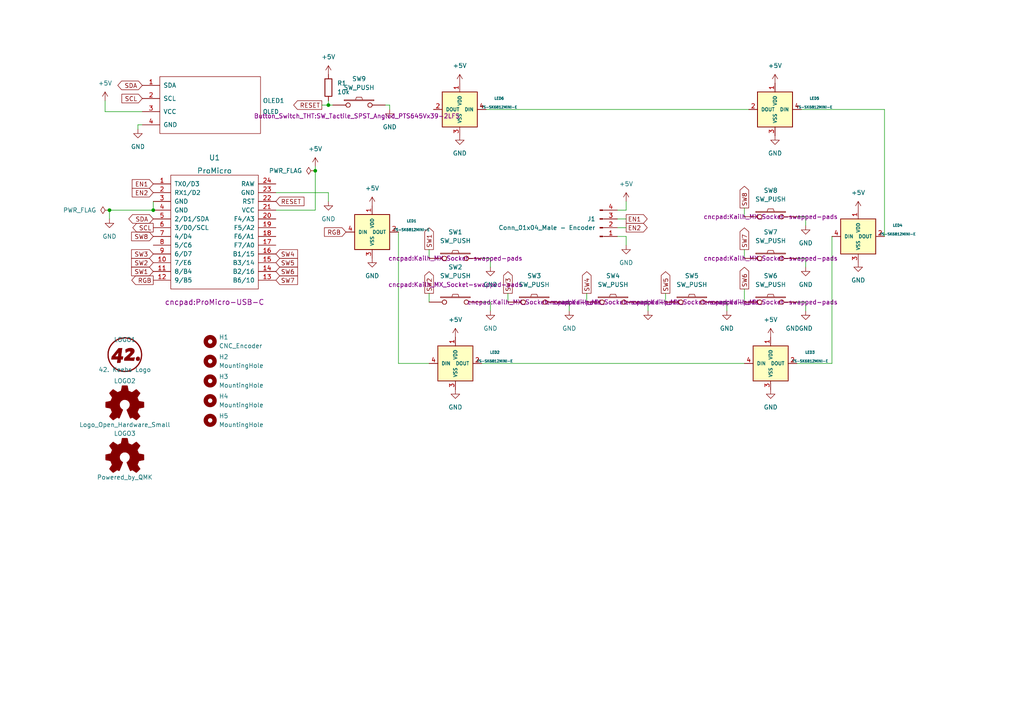
<source format=kicad_sch>
(kicad_sch (version 20211123) (generator eeschema)
  (paper "A4")
  (lib_symbols
    (symbol "42Keebs:LOGO" (pin_names (offset 1.016))
      (symbol "LOGO_0_0"
        (polyline (pts (xy 3.876 -1.756) (xy 3.9741 -1.7404) (xy 4.053 -1.716) (xy 4.1562 -1.6547) (xy 4.2448 -1.5657) (xy 4.3106 -1.4548) (xy 4.3519 -1.3253) (xy 4.3667 -1.1804) (xy 4.3639 -1.0826) (xy 4.3503 -0.9889) (xy 4.323 -0.9075) (xy 4.2792 -0.8272) (xy 4.2451 -0.7806) (xy 4.1571 -0.7016) (xy 4.0478 -0.6472) (xy 3.9197 -0.6183) (xy 3.7755 -0.6161) (xy 3.7173 -0.6228) (xy 3.5825 -0.6589) (xy 3.4676 -0.7212) (xy 3.3746 -0.8081) (xy 3.3054 -0.918) (xy 3.2619 -1.0492) (xy 3.2502 -1.1184) (xy 3.2463 -1.2754) (xy 3.2752 -1.4252) (xy 3.3178 -1.5296) (xy 3.3839 -1.6221) (xy 3.4726 -1.6917) (xy 3.588 -1.7423) (xy 3.592 -1.7435) (xy 3.6723 -1.7583) (xy 3.7712 -1.7623) (xy 3.876 -1.756)) (stroke (width 0.01)) (fill (type outline)))
        (polyline (pts (xy -2.0975 -2.3875) (xy -2.0951 -2.3873) (xy -2.049 -2.3832) (xy -1.9765 -2.3778) (xy -1.8844 -2.3714) (xy -1.7795 -2.3646) (xy -1.6687 -2.3578) (xy -1.61 -2.3545) (xy -1.5033 -2.3489) (xy -1.4197 -2.3423) (xy -1.3559 -2.331) (xy -1.3091 -2.3114) (xy -1.2761 -2.2799) (xy -1.2539 -2.2328) (xy -1.2393 -2.1666) (xy -1.2294 -2.0776) (xy -1.221 -1.9621) (xy -1.2112 -1.8167) (xy -1.1801 -1.3837) (xy -0.9059 -1.3897) (xy -0.8552 -1.3908) (xy -0.7665 -1.3921) (xy -0.7045 -1.3918) (xy -0.6641 -1.3893) (xy -0.6404 -1.3842) (xy -0.6282 -1.376) (xy -0.6228 -1.3643) (xy -0.622 -1.3611) (xy -0.6151 -1.3285) (xy -0.6035 -1.2692) (xy -0.5882 -1.1889) (xy -0.5703 -1.093) (xy -0.5509 -0.9872) (xy -0.5398 -0.9264) (xy -0.5217 -0.8246) (xy -0.5091 -0.7486) (xy -0.5018 -0.6937) (xy -0.4992 -0.6547) (xy -0.5008 -0.6268) (xy -0.5064 -0.6048) (xy -0.5153 -0.5839) (xy -0.5428 -0.5263) (xy -1.0904 -0.5263) (xy -1.0806 -0.4711) (xy -1.0796 -0.4648) (xy -1.0741 -0.4264) (xy -1.0649 -0.3585) (xy -1.0522 -0.2639) (xy -1.0365 -0.1457) (xy -1.0181 -0.0069) (xy -0.9975 0.1497) (xy -0.9751 0.321) (xy -0.9512 0.5042) (xy -0.9262 0.6962) (xy -0.9159 0.7749) (xy -0.8914 0.9629) (xy -0.8683 1.1404) (xy -0.8468 1.3046) (xy -0.8275 1.4525) (xy -0.8106 1.5812) (xy -0.7965 1.6879) (xy -0.7857 1.7696) (xy -0.7784 1.8234) (xy -0.7752 1.8465) (xy -0.7688 1.8847) (xy -1.7974 1.8847) (xy -2.799 0.6395) (xy -3.7196 -0.5051) (xy -2.8063 -0.5051) (xy -2.7991 -0.4957) (xy -2.7431 -0.4242) (xy -2.6749 -0.3385) (xy -2.597 -0.2417) (xy -2.512 -0.1369) (xy -2.4224 -0.0273) (xy -2.3309 0.0841) (xy -2.2401 0.1941) (xy -2.1525 0.2995) (xy -2.0707 0.3973) (xy -1.9974 0.4843) (xy -1.935 0.5575) (xy -1.8863 0.6136) (xy -1.8537 0.6495) (xy -1.8399 0.6622) (xy -1.8393 0.6622) (xy -1.8307 0.6606) (xy -1.8244 0.6538) (xy -1.8206 0.6387) (xy -1.8196 0.6121) (xy -1.8217 0.5709) (xy -1.8269 0.5119) (xy -1.8356 0.4318) (xy -1.848 0.3276) (xy -1.8643 0.1961) (xy -1.8847 0.034) (xy -1.8936 -0.0366) (xy -1.9094 -0.1624) (xy -1.9235 -0.2753) (xy -1.9354 -0.3709) (xy -1.9445 -0.4453) (xy -1.9503 -0.4942) (xy -1.9524 -0.5136) (xy -1.9651 -0.5166) (xy -2.0076 -0.5197) (xy -2.0756 -0.5224) (xy -2.1646 -0.5245) (xy -2.2701 -0.5258) (xy -2.3876 -0.5263) (xy -2.4954 -0.5261) (xy -2.6081 -0.5253) (xy -2.6923 -0.5236) (xy -2.7511 -0.5208) (xy -2.7877 -0.517) (xy -2.8051 -0.5118) (xy -2.8063 -0.5051) (xy -3.7196 -0.5051) (xy -3.8005 -0.6057) (xy -3.8441 -0.9575) (xy -3.8461 -0.9739) (xy -3.86 -1.0888) (xy -3.8697 -1.1754) (xy -3.8753 -1.2384) (xy -3.8771 -1.2825) (xy -3.8752 -1.3126) (xy -3.8699 -1.3332) (xy -3.8615 -1.3492) (xy -3.8353 -1.3891) (xy -2.9619 -1.3795) (xy -2.7853 -1.3779) (xy -2.6145 -1.3768) (xy -2.4636 -1.3765) (xy -2.3348 -1.3769) (xy -2.2305 -1.378) (xy -2.1531 -1.3798) (xy -2.1049 -1.3822) (xy -2.0883 -1.3853) (xy -2.0883 -1.3855) (xy -2.0909 -1.4065) (xy -2.098 -1.4565) (xy -2.1091 -1.5309) (xy -2.1233 -1.6252) (xy -2.1401 -1.7348) (xy -2.1588 -1.8554) (xy -2.1764 -1.9698) (xy -2.1933 -2.0831) (xy -2.2054 -2.1703) (xy -2.213 -2.2352) (xy -2.2165 -2.282) (xy -2.2163 -2.3146) (xy -2.2127 -2.3371) (xy -2.2062 -2.3535) (xy -2.1969 -2.3695) (xy -2.1786 -2.3867) (xy -2.1492 -2.3916) (xy -2.0975 -2.3875)) (stroke (width 0.01)) (fill (type outline)))
        (polyline (pts (xy 2.6486 -1.7592) (xy 2.6529 -1.7419) (xy 2.6651 -1.6962) (xy 2.6839 -1.6264) (xy 2.7083 -1.5367) (xy 2.737 -1.4317) (xy 2.7689 -1.3154) (xy 2.8892 -0.8781) (xy 2.8551 -0.844) (xy 2.8531 -0.8421) (xy 2.8399 -0.8304) (xy 2.8243 -0.8226) (xy 2.801 -0.8186) (xy 2.7649 -0.8182) (xy 2.7106 -0.8214) (xy 2.633 -0.828) (xy 2.5268 -0.8381) (xy 2.4935 -0.841) (xy 2.4038 -0.8471) (xy 2.298 -0.8526) (xy 2.1807 -0.8573) (xy 2.0565 -0.8611) (xy 1.93 -0.8641) (xy 1.8055 -0.8661) (xy 1.6878 -0.8671) (xy 1.5812 -0.867) (xy 1.4905 -0.8657) (xy 1.4201 -0.8633) (xy 1.3745 -0.8595) (xy 1.3583 -0.8545) (xy 1.3604 -0.8513) (xy 1.3813 -0.8277) (xy 1.4226 -0.7838) (xy 1.4817 -0.7221) (xy 1.5562 -0.6452) (xy 1.6436 -0.5558) (xy 1.7413 -0.4563) (xy 1.8469 -0.3493) (xy 1.9576 -0.237) (xy 2.1136 -0.0763) (xy 2.2478 0.0655) (xy 2.362 0.1908) (xy 2.4583 0.3022) (xy 2.5386 0.4021) (xy 2.6048 0.4929) (xy 2.6588 0.5771) (xy 2.7027 0.6572) (xy 2.7384 0.7357) (xy 2.7679 0.815) (xy 2.7733 0.8318) (xy 2.7889 0.8892) (xy 2.7975 0.9463) (xy 2.8004 1.0144) (xy 2.7987 1.1049) (xy 2.7984 1.1125) (xy 2.7947 1.194) (xy 2.7884 1.2535) (xy 2.777 1.3024) (xy 2.7581 1.3519) (xy 2.729 1.4132) (xy 2.6598 1.528) (xy 2.572 1.6262) (xy 2.4607 1.7124) (xy 2.3206 1.7913) (xy 2.2912 1.8054) (xy 2.1759 1.854) (xy 2.0626 1.8886) (xy 1.9426 1.9111) (xy 1.807 1.923) (xy 1.6469 1.9263) (xy 1.5369 1.9244) (xy 1.3805 1.9137) (xy 1.2338 1.8918) (xy 1.0839 1.8566) (xy 0.9179 1.8059) (xy 0.8946 1.7979) (xy 0.815 1.7674) (xy 0.7212 1.7283) (xy 0.6197 1.6834) (xy 0.517 1.6359) (xy 0.4197 1.5889) (xy 0.3343 1.5455) (xy 0.2673 1.5086) (xy 0.2253 1.4813) (xy 0.1875 1.4517) (xy 0.222 1.0612) (xy 0.2273 1.0011) (xy 0.2374 0.8918) (xy 0.2466 0.7949) (xy 0.2545 0.7159) (xy 0.2606 0.6599) (xy 0.2644 0.6325) (xy 0.2686 0.619) (xy 0.2956 0.5951) (xy 0.344 0.5975) (xy 0.4135 0.6263) (xy 0.5043 0.6815) (xy 0.6275 0.7589) (xy 0.7917 0.8458) (xy 0.9549 0.9152) (xy 1.1118 0.9649) (xy 1.2569 0.9932) (xy 1.3848 0.998) (xy 1.3992 0.9969) (xy 1.5083 0.9764) (xy 1.5898 0.9366) (xy 1.643 0.8786) (xy 1.6672 0.8036) (xy 1.6617 0.7128) (xy 1.6257 0.6074) (xy 1.6216 0.5987) (xy 1.597 0.5526) (xy 1.565 0.5035) (xy 1.5241 0.4497) (xy 1.4725 0.3894) (xy 1.4084 0.321) (xy 1.3302 0.2429) (xy 1.236 0.1532) (xy 1.1243 0.0504) (xy 0.9932 -0.0673) (xy 0.8411 -0.2016) (xy 0.6662 -0.354) (xy 0.4669 -0.5264) (xy 0.3749 -0.6056) (xy 0.2712 -0.695) (xy 0.1765 -0.7767) (xy 0.094 -0.8479) (xy 0.0272 -0.9056) (xy -0.0207 -0.9469) (xy -0.0461 -0.969) (xy -0.0596 -0.9809) (xy -0.0752 -0.9976) (xy -0.0875 -1.018) (xy -0.0979 -1.0472) (xy -0.1075 -1.0901) (xy -0.1176 -1.1518) (xy -0.1296 -1.2371) (xy -0.1447 -1.3511) (xy -0.1526 -1.4121) (xy -0.1668 -1.5339) (xy -0.1748 -1.6227) (xy -0.1764 -1.6789) (xy -0.1717 -1.7027) (xy -0.1567 -1.706) (xy -0.108 -1.7095) (xy -0.0264 -1.7125) (xy 0.0873 -1.7148) (xy 0.2327 -1.7165) (xy 0.409 -1.7176) (xy 0.6157 -1.7181) (xy 0.8522 -1.718) (xy 0.9659 -1.7179) (xy 1.2526 -1.7183) (xy 1.5089 -1.72) (xy 1.734 -1.7229) (xy 1.9273 -1.727) (xy 2.0881 -1.7322) (xy 2.2157 -1.7386) (xy 2.2452 -1.7405) (xy 2.352 -1.7472) (xy 2.4476 -1.7532) (xy 2.5263 -1.7581) (xy 2.5825 -1.7617) (xy 2.6104 -1.7634) (xy 2.6342 -1.7634) (xy 2.6486 -1.7592)) (stroke (width 0.01)) (fill (type outline)))
        (polyline (pts (xy -0.0326 -5.0035) (xy 0.1101 -5.0001) (xy 0.2557 -4.9949) (xy 0.3968 -4.9881) (xy 0.5264 -4.9798) (xy 0.637 -4.9705) (xy 0.7216 -4.9602) (xy 0.8609 -4.9373) (xy 1.1511 -4.8789) (xy 1.4234 -4.8074) (xy 1.6877 -4.7197) (xy 1.9541 -4.6124) (xy 2.2326 -4.4826) (xy 2.4836 -4.3509) (xy 2.7667 -4.1797) (xy 3.0323 -3.9913) (xy 3.288 -3.7804) (xy 3.5414 -3.5414) (xy 3.6223 -3.4589) (xy 3.8675 -3.1862) (xy 4.0846 -2.9058) (xy 4.2783 -2.6115) (xy 4.4531 -2.297) (xy 4.5706 -2.053) (xy 4.7194 -1.6876) (xy 4.8361 -1.3196) (xy 4.9217 -0.9451) (xy 4.9771 -0.5602) (xy 5.0033 -0.1613) (xy 5.0058 -0.0194) (xy 4.9925 0.3863) (xy 4.9483 0.7799) (xy 4.8725 1.1639) (xy 4.7647 1.541) (xy 4.6241 1.9136) (xy 4.4503 2.2846) (xy 4.3511 2.4691) (xy 4.1793 2.7516) (xy 3.9908 3.0165) (xy 3.7801 3.2717) (xy 3.5415 3.5246) (xy 3.3022 3.7513) (xy 3.0548 3.9578) (xy 2.7993 4.142) (xy 2.5278 4.3095) (xy 2.2326 4.4659) (xy 2.0925 4.5331) (xy 1.8157 4.6533) (xy 1.5447 4.7522) (xy 1.2699 4.833) (xy 0.9818 4.8986) (xy 0.6706 4.952) (xy 0.6679 4.9524) (xy 0.5558 4.9649) (xy 0.4174 4.9743) (xy 0.2605 4.9806) (xy 0.0924 4.9837) (xy -0.0794 4.9837) (xy -0.2474 4.9805) (xy -0.4041 4.9742) (xy -0.542 4.9648) (xy -0.6537 4.9522) (xy -0.9642 4.8986) (xy -1.2912 4.8223) (xy -1.6042 4.726) (xy -1.9123 4.6071) (xy -2.2242 4.4628) (xy -2.5442 4.2888) (xy -2.8882 4.0661) (xy -3.2105 3.8177) (xy -3.5103 3.5445) (xy -3.7863 3.2475) (xy -4.0378 2.9279) (xy -4.2636 2.5864) (xy -4.4628 2.2242) (xy -4.5228 2.1006) (xy -4.6485 1.8127) (xy -4.7526 1.5266) (xy -4.8376 1.2338) (xy -4.906 0.9258) (xy -4.9605 0.5943) (xy -4.9659 0.548) (xy -4.9741 0.4392) (xy -4.9798 0.3074) (xy -4.9829 0.1595) (xy -4.9836 0.0026) (xy -4.9831 -0.0433) (xy -4.7124 -0.0433) (xy -4.7106 0.1548) (xy -4.7033 0.3457) (xy -4.6906 0.5206) (xy -4.6724 0.6707) (xy -4.6166 0.9722) (xy -4.5156 1.3647) (xy -4.3848 1.7409) (xy -4.2243 2.1007) (xy -4.0339 2.4444) (xy -3.8136 2.7719) (xy -3.5634 3.0835) (xy -3.2832 3.3792) (xy -3.1615 3.4941) (xy -2.8545 3.7518) (xy -2.5313 3.9796) (xy -2.1919 4.1777) (xy -1.8361 4.346) (xy -1.4641 4.4845) (xy -1.0756 4.5933) (xy -0.6707 4.6724) (xy -0.5764 4.6848) (xy -0.4092 4.6995) (xy -0.223 4.7087) (xy -0.0264 4.7124) (xy 0.1717 4.7106) (xy 0.3626 4.7033) (xy 0.5375 4.6906) (xy 0.6876 4.6724) (xy 0.9875 4.6169) (xy 1.3803 4.5158) (xy 1.757 4.3848) (xy 2.1174 4.224) (xy 2.4616 4.0334) (xy 2.7894 3.8131) (xy 3.1008 3.563) (xy 3.3957 3.2832) (xy 3.4648 3.2112) (xy 3.655 2.9984) (xy 3.8231 2.7857) (xy 3.975 2.5645) (xy 4.1166 2.3265) (xy 4.254 2.0629) (xy 4.4035 1.7284) (xy 4.5245 1.3897) (xy 4.619 1.0395) (xy 4.6893 0.6707) (xy 4.7018 0.5759) (xy 4.7164 0.4087) (xy 4.7256 0.2225) (xy 4.7293 0.026) (xy 4.7275 -0.172) (xy 4.7202 -0.3628) (xy 4.7075 -0.5376) (xy 4.6893 -0.6876) (xy 4.689 -0.6895) (xy 4.6186 -1.058) (xy 4.5241 -1.4077) (xy 4.4032 -1.7459) (xy 4.2538 -2.0798) (xy 4.1297 -2.3197) (xy 3.9993 -2.5434) (xy 3.8615 -2.7497) (xy 3.7105 -2.9468) (xy 3.5405 -3.1426) (xy 3.3458 -3.3453) (xy 3.3102 -3.3805) (xy 3.1139 -3.5664) (xy 2.9244 -3.7287) (xy 2.734 -3.8731) (xy 2.5349 -4.005) (xy 2.3194 -4.1302) (xy 2.0798 -4.254) (xy 1.8102 -4.3768) (xy 1.4497 -4.5107) (xy 1.08 -4.6136) (xy 0.6961 -4.687) (xy 0.6581 -4.6922) (xy 0.5518 -4.7031) (xy 0.4242 -4.7128) (xy 0.2832 -4.7208) (xy 0.1366 -4.727) (xy -0.0077 -4.7309) (xy -0.1418 -4.7322) (xy -0.2579 -4.7308) (xy -0.3481 -4.7263) (xy -0.5326 -4.7074) (xy -0.9288 -4.6422) (xy -1.3175 -4.5444) (xy -1.6963 -4.4146) (xy -2.0629 -4.2534) (xy -2.3021 -4.1299) (xy -2.5256 -3.9998) (xy -2.7321 -3.8621) (xy -2.9293 -3.711) (xy -3.1254 -3.5408) (xy -3.3284 -3.3458) (xy -3.3524 -3.3216) (xy -3.4434 -3.2274) (xy -3.5337 -3.1308) (xy -3.6172 -3.0382) (xy -3.6882 -2.9562) (xy -3.7406 -2.8912) (xy -3.7444 -2.8862) (xy -3.9765 -2.5529) (xy -4.177 -2.2078) (xy -4.3464 -1.8498) (xy -4.4851 -1.4777) (xy -4.5936 -1.0907) (xy -4.6724 -0.6876) (xy -4.6848 -0.5933) (xy -4.6995 -0.4261) (xy -4.7087 -0.2399) (xy -4.7124 -0.0433) (xy -4.9831 -0.0433) (xy -4.9819 -0.1562) (xy -4.9778 -0.31) (xy -4.9714 -0.4517) (xy -4.9628 -0.5742) (xy -4.9519 -0.6706) (xy -4.9123 -0.9086) (xy -4.8499 -1.1984) (xy -4.7713 -1.482) (xy -4.6728 -1.7742) (xy -4.672 -1.7763) (xy -4.6238 -1.897) (xy -4.5609 -2.0376) (xy -4.4876 -2.1897) (xy -4.408 -2.3454) (xy -4.3263 -2.4962) (xy -4.2468 -2.634) (xy -4.1736 -2.7507) (xy -4.146 -2.7918) (xy -3.8987 -3.1271) (xy -3.6285 -3.4379) (xy -3.3368 -3.7233) (xy -3.0249 -3.9826) (xy -2.6942 -4.2149) (xy -2.3461 -4.4195) (xy -1.9818 -4.5955) (xy -1.6028 -4.7422) (xy -1.2103 -4.8588) (xy -0.8058 -4.9443) (xy -0.3905 -4.9981) (xy -0.371 -4.9997) (xy -0.2804 -5.0035) (xy -0.1652 -5.0047) (xy -0.0326 -5.0035)) (stroke (width 0.01)) (fill (type outline)))
      )
    )
    (symbol "Connector:Conn_01x04_Male" (pin_names (offset 1.016) hide)
      (property "Reference" "J" (at 0 5.08 0))
      (property "Value" "Conn_01x04_Male" (at 0 -7.62 0))
      (symbol "Conn_01x04_Male_1_1"
        (polyline (pts (xy 1.27 -5.08) (xy 0.8636 -5.08)) (stroke (width 0.1524)))
        (polyline (pts (xy 1.27 -2.54) (xy 0.8636 -2.54)) (stroke (width 0.1524)))
        (polyline (pts (xy 1.27 0) (xy 0.8636 0)) (stroke (width 0.1524)))
        (polyline (pts (xy 1.27 2.54) (xy 0.8636 2.54)) (stroke (width 0.1524)))
        (rectangle (start 0.8636 -4.953) (end 0 -5.207) (stroke (width 0.1524)) (fill (type outline)))
        (rectangle (start 0.8636 -2.413) (end 0 -2.667) (stroke (width 0.1524)) (fill (type outline)))
        (rectangle (start 0.8636 0.127) (end 0 -0.127) (stroke (width 0.1524)) (fill (type outline)))
        (rectangle (start 0.8636 2.667) (end 0 2.413) (stroke (width 0.1524)) (fill (type outline)))
        (pin passive line (at 5.08 2.54 180) (length 3.81) (name "Pin_1") (number "1"))
        (pin passive line (at 5.08 0 180) (length 3.81) (name "Pin_2") (number "2"))
        (pin passive line (at 5.08 -2.54 180) (length 3.81) (name "Pin_3") (number "3"))
        (pin passive line (at 5.08 -5.08 180) (length 3.81) (name "Pin_4") (number "4"))
      )
    )
    (symbol "Device:R" (pin_numbers hide) (pin_names (offset 0))
      (property "Reference" "R" (at 2.032 0 90))
      (property "Value" "R" (at 0 0 90))
      (symbol "R_0_1"
        (rectangle (start -1.016 -2.54) (end 1.016 2.54) (stroke (width 0.254)))
      )
      (symbol "R_1_1"
        (pin passive line (at 0 3.81 270) (length 1.27) (name "~") (number "1"))
        (pin passive line (at 0 -3.81 90) (length 1.27) (name "~") (number "2"))
      )
    )
    (symbol "Graphic:Logo_Open_Hardware_Small" (pin_names (offset 1.016))
      (symbol "Logo_Open_Hardware_Small_0_1"
        (polyline (pts (xy 3.3528 -4.3434) (xy 3.302 -4.318) (xy 3.175 -4.2418) (xy 2.9972 -4.1148) (xy 2.7686 -3.9624) (xy 2.54 -3.81) (xy 2.3622 -3.7084) (xy 2.2352 -3.6068) (xy 2.1844 -3.5814) (xy 2.159 -3.6068) (xy 2.0574 -3.6576) (xy 1.905 -3.7338) (xy 1.8034 -3.7846) (xy 1.6764 -3.8354) (xy 1.6002 -3.8354) (xy 1.6002 -3.8354) (xy 1.5494 -3.7338) (xy 1.4732 -3.5306) (xy 1.3462 -3.302) (xy 1.2446 -3.0226) (xy 1.1176 -2.7178) (xy 0.9652 -2.413) (xy 0.8636 -2.1082) (xy 0.7366 -1.8288) (xy 0.6604 -1.6256) (xy 0.6096 -1.4732) (xy 0.5842 -1.397) (xy 0.5842 -1.397) (xy 0.6604 -1.3208) (xy 0.7874 -1.2446) (xy 1.0414 -1.016) (xy 1.2954 -0.6858) (xy 1.4478 -0.3302) (xy 1.524 0.0762) (xy 1.4732 0.4572) (xy 1.3208 0.8128) (xy 1.0668 1.143) (xy 0.762 1.3716) (xy 0.4064 1.524) (xy 0 1.5748) (xy -0.381 1.5494) (xy -0.7366 1.397) (xy -1.0668 1.143) (xy -1.2192 0.9906) (xy -1.397 0.6604) (xy -1.524 0.3048) (xy -1.524 0.2286) (xy -1.4986 -0.1778) (xy -1.397 -0.5334) (xy -1.1938 -0.8636) (xy -0.9144 -1.143) (xy -0.8636 -1.1684) (xy -0.7366 -1.27) (xy -0.635 -1.3462) (xy -0.5842 -1.397) (xy -1.0668 -2.5908) (xy -1.143 -2.794) (xy -1.2954 -3.1242) (xy -1.397 -3.4036) (xy -1.4986 -3.6322) (xy -1.5748 -3.7846) (xy -1.6002 -3.8354) (xy -1.6002 -3.8354) (xy -1.651 -3.8354) (xy -1.7272 -3.81) (xy -1.905 -3.7338) (xy -2.0066 -3.683) (xy -2.1336 -3.6068) (xy -2.2098 -3.5814) (xy -2.2606 -3.6068) (xy -2.3622 -3.683) (xy -2.54 -3.81) (xy -2.7686 -3.9624) (xy -2.9718 -4.0894) (xy -3.1496 -4.2164) (xy -3.302 -4.318) (xy -3.3528 -4.3434) (xy -3.3782 -4.3434) (xy -3.429 -4.318) (xy -3.5306 -4.2164) (xy -3.7084 -4.064) (xy -3.937 -3.8354) (xy -3.9624 -3.81) (xy -4.1656 -3.6068) (xy -4.318 -3.4544) (xy -4.4196 -3.3274) (xy -4.445 -3.2766) (xy -4.445 -3.2766) (xy -4.4196 -3.2258) (xy -4.318 -3.0734) (xy -4.2164 -2.8956) (xy -4.064 -2.667) (xy -3.6576 -2.0828) (xy -3.8862 -1.5494) (xy -3.937 -1.3716) (xy -4.0386 -1.1684) (xy -4.0894 -1.0414) (xy -4.1148 -0.9652) (xy -4.191 -0.9398) (xy -4.318 -0.9144) (xy -4.5466 -0.8636) (xy -4.8006 -0.8128) (xy -5.0546 -0.7874) (xy -5.2578 -0.7366) (xy -5.4356 -0.7112) (xy -5.5118 -0.6858) (xy -5.5118 -0.6858) (xy -5.5372 -0.635) (xy -5.5372 -0.5588) (xy -5.5372 -0.4318) (xy -5.5626 -0.2286) (xy -5.5626 0.0762) (xy -5.5626 0.127) (xy -5.5372 0.4064) (xy -5.5372 0.635) (xy -5.5372 0.762) (xy -5.5372 0.8382) (xy -5.5372 0.8382) (xy -5.461 0.8382) (xy -5.3086 0.889) (xy -5.08 0.9144) (xy -4.826 0.9652) (xy -4.8006 0.9906) (xy -4.5466 1.0414) (xy -4.318 1.0668) (xy -4.1656 1.1176) (xy -4.0894 1.143) (xy -4.0894 1.143) (xy -4.0386 1.2446) (xy -3.9624 1.4224) (xy -3.8608 1.6256) (xy -3.7846 1.8288) (xy -3.7084 2.0066) (xy -3.6576 2.159) (xy -3.6322 2.2098) (xy -3.6322 2.2098) (xy -3.683 2.286) (xy -3.7592 2.413) (xy -3.8862 2.5908) (xy -4.064 2.8194) (xy -4.064 2.8448) (xy -4.2164 3.0734) (xy -4.3434 3.2512) (xy -4.4196 3.3782) (xy -4.445 3.4544) (xy -4.445 3.4544) (xy -4.3942 3.5052) (xy -4.2926 3.6322) (xy -4.1148 3.81) (xy -3.937 4.0132) (xy -3.8608 4.064) (xy -3.6576 4.2926) (xy -3.5052 4.4196) (xy -3.4036 4.4958) (xy -3.3528 4.5212) (xy -3.3528 4.5212) (xy -3.302 4.4704) (xy -3.1496 4.3688) (xy -2.9718 4.2418) (xy -2.7432 4.0894) (xy -2.7178 4.0894) (xy -2.4892 3.937) (xy -2.3114 3.81) (xy -2.1844 3.7084) (xy -2.1336 3.683) (xy -2.1082 3.683) (xy -2.032 3.7084) (xy -1.8542 3.7592) (xy -1.6764 3.8354) (xy -1.4732 3.937) (xy -1.27 4.0132) (xy -1.143 4.064) (xy -1.0668 4.1148) (xy -1.0668 4.1148) (xy -1.0414 4.191) (xy -1.016 4.3434) (xy -0.9652 4.572) (xy -0.9144 4.8514) (xy -0.889 4.9022) (xy -0.8382 5.1562) (xy -0.8128 5.3848) (xy -0.7874 5.5372) (xy -0.762 5.588) (xy -0.7112 5.6134) (xy -0.5842 5.6134) (xy -0.4064 5.6134) (xy -0.1524 5.6134) (xy 0.0762 5.6134) (xy 0.3302 5.6134) (xy 0.5334 5.6134) (xy 0.6858 5.588) (xy 0.7366 5.588) (xy 0.7366 5.588) (xy 0.762 5.5118) (xy 0.8128 5.334) (xy 0.8382 5.1054) (xy 0.9144 4.826) (xy 0.9144 4.7752) (xy 0.9652 4.5212) (xy 1.016 4.2926) (xy 1.0414 4.1402) (xy 1.0668 4.0894) (xy 1.0668 4.0894) (xy 1.1938 4.0386) (xy 1.3716 3.9624) (xy 1.5748 3.8608) (xy 2.0828 3.6576) (xy 2.7178 4.0894) (xy 2.7686 4.1402) (xy 2.9972 4.2926) (xy 3.175 4.4196) (xy 3.302 4.4958) (xy 3.3782 4.5212) (xy 3.3782 4.5212) (xy 3.429 4.4704) (xy 3.556 4.3434) (xy 3.7338 4.191) (xy 3.9116 3.9878) (xy 4.064 3.8354) (xy 4.2418 3.6576) (xy 4.3434 3.556) (xy 4.4196 3.4798) (xy 4.4196 3.429) (xy 4.4196 3.4036) (xy 4.3942 3.3274) (xy 4.2926 3.2004) (xy 4.1656 2.9972) (xy 4.0132 2.794) (xy 3.8862 2.5908) (xy 3.7592 2.3876) (xy 3.6576 2.2352) (xy 3.6322 2.159) (xy 3.6322 2.1336) (xy 3.683 2.0066) (xy 3.7592 1.8288) (xy 3.8608 1.6002) (xy 4.064 1.1176) (xy 4.3942 1.0414) (xy 4.5974 1.016) (xy 4.8768 0.9652) (xy 5.1308 0.9144) (xy 5.5372 0.8382) (xy 5.5626 -0.6604) (xy 5.4864 -0.6858) (xy 5.4356 -0.6858) (xy 5.2832 -0.7366) (xy 5.0546 -0.762) (xy 4.8006 -0.8128) (xy 4.5974 -0.8636) (xy 4.3688 -0.9144) (xy 4.2164 -0.9398) (xy 4.1402 -0.9398) (xy 4.1148 -0.9652) (xy 4.064 -1.0668) (xy 3.9878 -1.2446) (xy 3.9116 -1.4478) (xy 3.81 -1.651) (xy 3.7338 -1.8542) (xy 3.683 -2.0066) (xy 3.6576 -2.0828) (xy 3.683 -2.1336) (xy 3.7846 -2.2606) (xy 3.8862 -2.4638) (xy 4.0386 -2.667) (xy 4.191 -2.8956) (xy 4.318 -3.0734) (xy 4.3942 -3.2004) (xy 4.445 -3.2766) (xy 4.4196 -3.3274) (xy 4.3434 -3.429) (xy 4.1656 -3.5814) (xy 3.937 -3.8354) (xy 3.8862 -3.8608) (xy 3.683 -4.064) (xy 3.5306 -4.2164) (xy 3.4036 -4.318) (xy 3.3528 -4.3434)) (fill (type outline)))
      )
    )
    (symbol "Mechanical:MountingHole" (pin_names (offset 1.016))
      (property "Reference" "H" (at 0 5.08 0))
      (property "Value" "MountingHole" (at 0 3.175 0))
      (symbol "MountingHole_0_1"
        (circle (center 0 0) (radius 1.27) (stroke (width 1.27)))
      )
    )
    (symbol "kbd:OLED" (pin_names (offset 1.016))
      (property "Reference" "OL" (at 0 2.54 0))
      (property "Value" "OLED" (at 0 -1.27 0))
      (symbol "OLED_0_1"
        (rectangle (start -13.97 8.89) (end 15.24 -7.62))
      )
      (symbol "OLED_1_1"
        (pin bidirectional line (at -19.05 6.35 0) (length 5.08) (name "SDA") (number "1"))
        (pin bidirectional line (at -19.05 2.54 0) (length 5.08) (name "SCL") (number "2"))
        (pin power_in line (at -19.05 -1.27 0) (length 5.08) (name "VCC") (number "3"))
        (pin power_in line (at -19.05 -5.08 0) (length 5.08) (name "GND") (number "4"))
      )
    )
    (symbol "kbd:ProMicro" (pin_names (offset 1.016))
      (property "Reference" "U" (at 0 19.05 0))
      (property "Value" "ProMicro" (at 0 -19.05 0))
      (symbol "ProMicro_0_1"
        (rectangle (start -12.7 16.51) (end 12.7 -16.51))
      )
      (symbol "ProMicro_1_1"
        (pin bidirectional line (at -17.78 13.97 0) (length 5.08) (name "TX0/D3") (number "1"))
        (pin bidirectional line (at -17.78 -8.89 0) (length 5.08) (name "7/E6") (number "10"))
        (pin bidirectional line (at -17.78 -11.43 0) (length 5.08) (name "8/B4") (number "11"))
        (pin bidirectional line (at -17.78 -13.97 0) (length 5.08) (name "9/B5") (number "12"))
        (pin bidirectional line (at 17.78 -13.97 180) (length 5.08) (name "B6/10") (number "13"))
        (pin bidirectional line (at 17.78 -11.43 180) (length 5.08) (name "B2/16") (number "14"))
        (pin bidirectional line (at 17.78 -8.89 180) (length 5.08) (name "B3/14") (number "15"))
        (pin bidirectional line (at 17.78 -6.35 180) (length 5.08) (name "B1/15") (number "16"))
        (pin bidirectional line (at 17.78 -3.81 180) (length 5.08) (name "F7/A0") (number "17"))
        (pin bidirectional line (at 17.78 -1.27 180) (length 5.08) (name "F6/A1") (number "18"))
        (pin bidirectional line (at 17.78 1.27 180) (length 5.08) (name "F5/A2") (number "19"))
        (pin bidirectional line (at -17.78 11.43 0) (length 5.08) (name "RX1/D2") (number "2"))
        (pin bidirectional line (at 17.78 3.81 180) (length 5.08) (name "F4/A3") (number "20"))
        (pin power_in line (at 17.78 6.35 180) (length 5.08) (name "VCC") (number "21"))
        (pin input line (at 17.78 8.89 180) (length 5.08) (name "RST") (number "22"))
        (pin power_in line (at 17.78 11.43 180) (length 5.08) (name "GND") (number "23"))
        (pin power_out line (at 17.78 13.97 180) (length 5.08) (name "RAW") (number "24"))
        (pin power_in line (at -17.78 8.89 0) (length 5.08) (name "GND") (number "3"))
        (pin power_in line (at -17.78 6.35 0) (length 5.08) (name "GND") (number "4"))
        (pin bidirectional line (at -17.78 3.81 0) (length 5.08) (name "2/D1/SDA") (number "5"))
        (pin bidirectional line (at -17.78 1.27 0) (length 5.08) (name "3/D0/SCL") (number "6"))
        (pin bidirectional line (at -17.78 -1.27 0) (length 5.08) (name "4/D4") (number "7"))
        (pin bidirectional line (at -17.78 -3.81 0) (length 5.08) (name "5/C6") (number "8"))
        (pin bidirectional line (at -17.78 -6.35 0) (length 5.08) (name "6/D7") (number "9"))
      )
    )
    (symbol "kbd:SW_PUSH" (pin_numbers hide) (pin_names (offset 1.016) hide)
      (property "Reference" "SW" (at 3.81 2.794 0))
      (property "Value" "SW_PUSH" (at 0 -2.032 0))
      (symbol "SW_PUSH_0_1"
        (rectangle (start -4.318 1.27) (end 4.318 1.524))
        (polyline (pts (xy -1.016 1.524) (xy -0.762 2.286) (xy 0.762 2.286) (xy 1.016 1.524)))
        (pin passive inverted (at -7.62 0 0) (length 5.08) (name "1") (number "1"))
        (pin passive inverted (at 7.62 0 180) (length 5.08) (name "2") (number "2"))
      )
    )
    (symbol "kbd:YS-SK6812MINI-E" (pin_names (offset 1.016))
      (property "Reference" "LED" (at 2.54 -7.62 0))
      (property "Value" "YS-SK6812MINI-E" (at 6.35 -6.35 0))
      (symbol "YS-SK6812MINI-E_0_1"
        (rectangle (start -5.08 5.08) (end 5.08 -5.08) (stroke (width 0.254)) (fill (type background)))
      )
      (symbol "YS-SK6812MINI-E_1_1"
        (pin power_in line (at 0 7.62 270) (length 2.54) (name "VDD") (number "1"))
        (pin output line (at 7.62 0 180) (length 2.54) (name "DOUT") (number "2"))
        (pin power_in line (at 0 -7.62 90) (length 2.54) (name "VSS") (number "3"))
        (pin input line (at -7.62 0 0) (length 2.54) (name "DIN") (number "4"))
      )
    )
    (symbol "power:+5V" (power) (pin_names (offset 0))
      (property "Value" "+5V" (at 0 3.556 0))
      (symbol "+5V_0_1"
        (polyline (pts (xy -0.762 1.27) (xy 0 2.54)))
        (polyline (pts (xy 0 0) (xy 0 2.54)))
        (polyline (pts (xy 0 2.54) (xy 0.762 1.27)))
      )
      (symbol "+5V_1_1"
        (pin power_in line (at 0 0 90) (length 0) hide (name "+5V") (number "1"))
      )
    )
    (symbol "power:GND" (power) (pin_names (offset 0))
      (property "Value" "GND" (at 0 -3.81 0))
      (symbol "GND_0_1"
        (polyline (pts (xy 0 0) (xy 0 -1.27) (xy 1.27 -1.27) (xy 0 -2.54) (xy -1.27 -1.27) (xy 0 -1.27)))
      )
      (symbol "GND_1_1"
        (pin power_in line (at 0 0 270) (length 0) hide (name "GND") (number "1"))
      )
    )
    (symbol "power:PWR_FLAG" (power) (pin_numbers hide) (pin_names (offset 0) hide)
      (property "Value" "PWR_FLAG" (at 0 3.81 0))
      (symbol "PWR_FLAG_0_0"
        (pin power_out line (at 0 0 90) (length 0) (name "pwr") (number "1"))
      )
      (symbol "PWR_FLAG_0_1"
        (polyline (pts (xy 0 0) (xy 0 1.27) (xy -1.016 1.905) (xy 0 2.54) (xy 1.016 1.905) (xy 0 1.27)))
      )
    )
  )
  (junction (at 95.25 30.48))
  (junction (at 31.75 60.96))
  (junction (at 91.44 49.53))
  (junction (at 44.45 60.96))
  (wire (pts (xy 210.82 87.63) (xy 210.82 90.17)))
  (wire (pts (xy 95.25 30.48) (xy 96.52 30.48)))
  (wire (pts (xy 181.61 71.12) (xy 181.61 68.58)))
  (wire (pts (xy 231.14 105.41) (xy 241.3 105.41)))
  (wire (pts (xy 91.44 49.53) (xy 91.44 60.96)))
  (wire (pts (xy 256.54 68.58) (xy 256.54 31.75)))
  (wire (pts (xy 179.07 66.04) (xy 181.61 66.04)))
  (wire (pts (xy 139.7 87.63) (xy 142.24 87.63)))
  (wire (pts (xy 124.46 85.09) (xy 124.46 87.63)))
  (wire (pts (xy 233.68 74.93) (xy 233.68 77.47)))
  (wire (pts (xy 95.25 55.88) (xy 80.01 55.88)))
  (wire (pts (xy 179.07 63.5) (xy 181.61 63.5)))
  (wire (pts (xy 142.24 74.93) (xy 142.24 77.47)))
  (wire (pts (xy 165.1 87.63) (xy 165.1 90.17)))
  (wire (pts (xy 139.7 105.41) (xy 215.9 105.41)))
  (wire (pts (xy 181.61 60.96) (xy 179.07 60.96)))
  (wire (pts (xy 111.76 30.48) (xy 113.03 30.48)))
  (wire (pts (xy 30.48 29.21) (xy 30.48 32.385)))
  (wire (pts (xy 95.25 29.21) (xy 95.25 30.48)))
  (wire (pts (xy 208.28 87.63) (xy 210.82 87.63)))
  (wire (pts (xy 233.68 87.63) (xy 233.68 90.17)))
  (wire (pts (xy 124.46 72.39) (xy 124.46 74.93)))
  (wire (pts (xy 139.7 74.93) (xy 142.24 74.93)))
  (wire (pts (xy 95.25 58.42) (xy 95.25 55.88)))
  (wire (pts (xy 215.9 60.325) (xy 215.9 62.865)))
  (wire (pts (xy 231.14 74.93) (xy 233.68 74.93)))
  (wire (pts (xy 215.9 83.82) (xy 215.9 87.63)))
  (wire (pts (xy 193.04 85.09) (xy 193.04 87.63)))
  (wire (pts (xy 187.96 87.63) (xy 187.96 90.17)))
  (wire (pts (xy 91.44 60.96) (xy 80.01 60.96)))
  (wire (pts (xy 91.44 48.26) (xy 91.44 49.53)))
  (wire (pts (xy 215.9 72.39) (xy 215.9 74.93)))
  (wire (pts (xy 30.48 32.385) (xy 41.275 32.385)))
  (wire (pts (xy 93.345 30.48) (xy 95.25 30.48)))
  (wire (pts (xy 44.45 60.96) (xy 31.75 60.96)))
  (wire (pts (xy 256.54 31.75) (xy 232.41 31.75)))
  (wire (pts (xy 233.68 62.865) (xy 233.68 65.405)))
  (wire (pts (xy 40.005 36.195) (xy 40.005 37.465)))
  (wire (pts (xy 115.57 105.41) (xy 124.46 105.41)))
  (wire (pts (xy 113.03 30.48) (xy 113.03 31.75)))
  (wire (pts (xy 162.56 87.63) (xy 165.1 87.63)))
  (wire (pts (xy 147.32 85.09) (xy 147.32 87.63)))
  (wire (pts (xy 140.97 31.75) (xy 217.17 31.75)))
  (wire (pts (xy 181.61 68.58) (xy 179.07 68.58)))
  (wire (pts (xy 241.3 105.41) (xy 241.3 68.58)))
  (wire (pts (xy 231.14 62.865) (xy 233.68 62.865)))
  (wire (pts (xy 115.57 67.31) (xy 115.57 105.41)))
  (wire (pts (xy 44.45 58.42) (xy 44.45 60.96)))
  (wire (pts (xy 185.42 87.63) (xy 187.96 87.63)))
  (wire (pts (xy 170.18 85.09) (xy 170.18 87.63)))
  (wire (pts (xy 231.14 87.63) (xy 233.68 87.63)))
  (wire (pts (xy 142.24 87.63) (xy 142.24 90.17)))
  (wire (pts (xy 31.75 60.96) (xy 31.75 63.5)))
  (wire (pts (xy 41.275 36.195) (xy 40.005 36.195)))
  (wire (pts (xy 181.61 58.42) (xy 181.61 60.96)))
  (global_label "EN1" (shape output) (at 181.61 63.5 0) (property "Intersheet References" "${INTERSHEET_REFS}" (effects hide)))
  (global_label "SW2" (shape output) (at 124.46 85.09 90) (property "Intersheet References" "${INTERSHEET_REFS}" (effects hide)))
  (global_label "SW8" (shape output) (at 215.9 60.325 90) (property "Intersheet References" "${INTERSHEET_REFS}" (effects hide)))
  (global_label "SW1" (shape output) (at 124.46 72.39 90) (property "Intersheet References" "${INTERSHEET_REFS}" (effects hide)))
  (global_label "EN2" (shape input) (at 44.45 55.88 180) (property "Intersheet References" "${INTERSHEET_REFS}" (effects hide)))
  (global_label "SW6" (shape output) (at 215.9 83.82 90) (property "Intersheet References" "${INTERSHEET_REFS}" (effects hide)))
  (global_label "SW5" (shape input) (at 80.01 76.2 0) (property "Intersheet References" "${INTERSHEET_REFS}" (effects hide)))
  (global_label "SW7" (shape output) (at 215.9 72.39 90) (property "Intersheet References" "${INTERSHEET_REFS}" (effects hide)))
  (global_label "SW7" (shape input) (at 80.01 81.28 0) (property "Intersheet References" "${INTERSHEET_REFS}" (effects hide)))
  (global_label "SW3" (shape output) (at 147.32 85.09 90) (property "Intersheet References" "${INTERSHEET_REFS}" (effects hide)))
  (global_label "SCL" (shape input) (at 41.275 28.575 180) (property "Intersheet References" "${INTERSHEET_REFS}" (effects hide)))
  (global_label "EN2" (shape output) (at 181.61 66.04 0) (property "Intersheet References" "${INTERSHEET_REFS}" (effects hide)))
  (global_label "SW1" (shape input) (at 44.45 78.74 180) (property "Intersheet References" "${INTERSHEET_REFS}" (effects hide)))
  (global_label "SW2" (shape input) (at 44.45 76.2 180) (property "Intersheet References" "${INTERSHEET_REFS}" (effects hide)))
  (global_label "SW3" (shape input) (at 44.45 73.66 180) (property "Intersheet References" "${INTERSHEET_REFS}" (effects hide)))
  (global_label "RGB" (shape output) (at 44.45 81.28 180) (property "Intersheet References" "${INTERSHEET_REFS}" (effects hide)))
  (global_label "SCL" (shape output) (at 44.45 66.04 180) (property "Intersheet References" "${INTERSHEET_REFS}" (effects hide)))
  (global_label "RESET" (shape output) (at 93.345 30.48 180) (property "Intersheet References" "${INTERSHEET_REFS}" (effects hide)))
  (global_label "SDA" (shape bidirectional) (at 41.275 24.765 180) (property "Intersheet References" "${INTERSHEET_REFS}" (effects hide)))
  (global_label "SW6" (shape input) (at 80.01 78.74 0) (property "Intersheet References" "${INTERSHEET_REFS}" (effects hide)))
  (global_label "SW4" (shape input) (at 80.01 73.66 0) (property "Intersheet References" "${INTERSHEET_REFS}" (effects hide)))
  (global_label "EN1" (shape input) (at 44.45 53.34 180) (property "Intersheet References" "${INTERSHEET_REFS}" (effects hide)))
  (global_label "SW5" (shape output) (at 193.04 85.09 90) (property "Intersheet References" "${INTERSHEET_REFS}" (effects hide)))
  (global_label "RESET" (shape input) (at 80.01 58.42 0) (property "Intersheet References" "${INTERSHEET_REFS}" (effects hide)))
  (global_label "SDA" (shape bidirectional) (at 44.45 63.5 180) (property "Intersheet References" "${INTERSHEET_REFS}" (effects hide)))
  (global_label "SW8" (shape input) (at 44.45 68.58 180) (property "Intersheet References" "${INTERSHEET_REFS}" (effects hide)))
  (global_label "SW4" (shape output) (at 170.18 85.09 90) (property "Intersheet References" "${INTERSHEET_REFS}" (effects hide)))
  (global_label "RGB" (shape input) (at 100.33 67.31 180) (property "Intersheet References" "${INTERSHEET_REFS}" (effects hide)))
  (symbol (lib_id "Device:R") (at 95.25 25.4 0) (unit 1)
    (property "Reference" "R1" (at 97.79 24.1299 0) (effects (justify left)))
    (property "Value" "10k" (at 97.79 26.6699 0) (effects (justify left)))
    (property "Footprint" "Resistor_THT:R_Axial_DIN0204_L3.6mm_D1.6mm_P5.08mm_Horizontal" (effects hide))
  )
  (symbol (lib_id "kbd:ProMicro") (at 62.23 67.31 0) (unit 1)
    (property "Reference" "U1" (at 62.23 45.72 0) (effects (font (size 1.524 1.524))))
    (property "Value" "ProMicro" (at 62.23 49.53 0) (effects (font (size 1.524 1.524))))
    (property "Footprint" "cncpad:ProMicro-USB-C" (at 62.23 87.63 0) (effects (font (size 1.524 1.524))))
  )
  (symbol (lib_id "power:+5V") (at 95.25 21.59 0) (unit 1)
    (property "Reference" "#PWR01" (effects hide))
    (property "Value" "+5V" (at 95.25 16.51 0))
  )
  (symbol (lib_id "power:PWR_FLAG") (at 31.75 60.96 90) (unit 1)
    (property "Reference" "#FLG0102" (effects hide))
    (property "Value" "PWR_FLAG" (at 27.94 60.9599 90) (effects (justify left)))
  )
  (symbol (lib_id "kbd:SW_PUSH") (at 132.08 74.93 0) (unit 1)
    (property "Reference" "SW1" (at 132.08 67.31 0))
    (property "Value" "SW_PUSH" (at 132.08 69.85 0))
    (property "Footprint" "cncpad:Kailh_MX_Socket-swapped-pads" (at 132.08 74.93 0))
  )
  (symbol (lib_id "power:GND") (at 31.75 63.5 0) (unit 1)
    (property "Reference" "#PWR0102" (effects hide))
    (property "Value" "GND" (at 31.75 68.58 0))
  )
  (symbol (lib_id "power:GND") (at 233.68 65.405 0) (unit 1)
    (property "Reference" "#PWR0127" (effects hide))
    (property "Value" "GND" (at 233.68 70.485 0))
  )
  (symbol (lib_id "Mechanical:MountingHole") (at 60.96 104.775 0) (unit 1)
    (property "Reference" "H2" (at 63.5 103.5049 0) (effects (justify left)))
    (property "Value" "MountingHole" (at 63.5 106.0449 0) (effects (justify left)))
    (property "Footprint" "MountingHole:MountingHole_2.2mm_M2_ISO7380_Pad" (effects hide))
  )
  (symbol (lib_id "kbd:YS-SK6812MINI-E") (at 223.52 105.41 0) (unit 1)
    (property "Reference" "LED3" (at 234.95 102.1956 0) (effects (font (size 0.7366 0.7366))))
    (property "Value" "YS-SK6812MINI-E" (at 234.95 104.7356 0) (effects (font (size 0.7366 0.7366))))
    (property "Footprint" "cncpad:YS-SK6812MINI-E" (effects hide))
  )
  (symbol (lib_id "power:+5V") (at 30.48 29.21 0) (unit 1)
    (property "Reference" "#PWR0119" (effects hide))
    (property "Value" "+5V" (at 30.48 24.13 0))
  )
  (symbol (lib_id "power:+5V") (at 224.79 24.13 0) (unit 1)
    (property "Reference" "#PWR0117" (effects hide))
    (property "Value" "+5V" (at 224.79 19.05 0))
  )
  (symbol (lib_id "power:+5V") (at 248.92 60.96 0) (unit 1)
    (property "Reference" "#PWR0118" (effects hide))
    (property "Value" "+5V" (at 248.92 55.88 0))
  )
  (symbol (lib_id "power:GND") (at 107.95 74.93 0) (unit 1)
    (property "Reference" "#PWR0124" (effects hide))
    (property "Value" "GND" (at 107.95 80.01 0))
  )
  (symbol (lib_id "Mechanical:MountingHole") (at 60.96 110.49 0) (unit 1)
    (property "Reference" "H3" (at 63.5 109.2199 0) (effects (justify left)))
    (property "Value" "MountingHole" (at 63.5 111.7599 0) (effects (justify left)))
    (property "Footprint" "MountingHole:MountingHole_2.2mm_M2_ISO7380_Pad" (effects hide))
  )
  (symbol (lib_id "Connector:Conn_01x04_Male") (at 173.99 66.04 0) (mirror x) (unit 1)
    (property "Reference" "J1" (at 172.72 63.4999 0) (effects (justify right)))
    (property "Value" "Conn_01x04_Male - Encoder" (at 172.72 66.0399 0) (effects (justify right)))
    (property "Footprint" "Connector_PinHeader_2.54mm:PinHeader_1x04_P2.54mm_Horizontal" (effects hide))
  )
  (symbol (lib_id "power:GND") (at 248.92 76.2 0) (unit 1)
    (property "Reference" "#PWR0116" (effects hide))
    (property "Value" "GND" (at 248.92 81.28 0))
  )
  (symbol (lib_id "power:GND") (at 142.24 77.47 0) (unit 1)
    (property "Reference" "#PWR0106" (effects hide))
    (property "Value" "GND" (at 142.24 82.55 0))
  )
  (symbol (lib_id "Graphic:Logo_Open_Hardware_Small") (at 36.195 132.715 0) (unit 1)
    (property "Reference" "LOGO3" (at 36.195 125.73 0))
    (property "Value" "Powered_by_QMK" (at 36.195 138.43 0))
    (property "Footprint" "cncpad:qmk" (effects hide))
  )
  (symbol (lib_id "kbd:SW_PUSH") (at 132.08 87.63 0) (unit 1)
    (property "Reference" "SW2" (at 132.08 77.47 0))
    (property "Value" "SW_PUSH" (at 132.08 80.01 0))
    (property "Footprint" "cncpad:Kailh_MX_Socket-swapped-pads" (at 132.08 82.55 0))
  )
  (symbol (lib_id "Mechanical:MountingHole") (at 60.96 99.06 0) (unit 1)
    (property "Reference" "H1" (at 63.5 97.7899 0) (effects (justify left)))
    (property "Value" "CNC_Encoder" (at 63.5 100.3299 0) (effects (justify left)))
    (property "Footprint" "cncpad:CNC_Encoder" (effects hide))
  )
  (symbol (lib_id "power:GND") (at 233.68 77.47 0) (unit 1)
    (property "Reference" "#PWR0112" (effects hide))
    (property "Value" "GND" (at 233.68 82.55 0))
  )
  (symbol (lib_id "power:GND") (at 40.005 37.465 0) (unit 1)
    (property "Reference" "#PWR0120" (effects hide))
    (property "Value" "GND" (at 40.005 42.545 0))
  )
  (symbol (lib_id "power:GND") (at 142.24 90.17 0) (unit 1)
    (property "Reference" "#PWR0107" (effects hide))
    (property "Value" "GND" (at 142.24 95.25 0))
  )
  (symbol (lib_id "power:GND") (at 224.79 39.37 0) (unit 1)
    (property "Reference" "#PWR0126" (effects hide))
    (property "Value" "GND" (at 224.79 44.45 0))
  )
  (symbol (lib_id "power:GND") (at 210.82 90.17 0) (unit 1)
    (property "Reference" "#PWR0108" (effects hide))
    (property "Value" "GND" (at 210.82 95.25 0))
  )
  (symbol (lib_id "Mechanical:MountingHole") (at 60.96 121.92 0) (unit 1)
    (property "Reference" "H5" (at 63.5 120.6499 0) (effects (justify left)))
    (property "Value" "MountingHole" (at 63.5 123.1899 0) (effects (justify left)))
    (property "Footprint" "MountingHole:MountingHole_2.2mm_M2_ISO7380_Pad" (effects hide))
  )
  (symbol (lib_id "kbd:SW_PUSH") (at 200.66 87.63 0) (unit 1)
    (property "Reference" "SW5" (at 200.66 80.01 0))
    (property "Value" "SW_PUSH" (at 200.66 82.55 0))
    (property "Footprint" "cncpad:Kailh_MX_Socket-swapped-pads" (at 200.66 87.63 0))
  )
  (symbol (lib_id "power:GND") (at 165.1 90.17 0) (unit 1)
    (property "Reference" "#PWR0109" (effects hide))
    (property "Value" "GND" (at 165.1 95.25 0))
  )
  (symbol (lib_id "Graphic:Logo_Open_Hardware_Small") (at 36.195 117.475 0) (unit 1)
    (property "Reference" "LOGO2" (at 36.195 110.49 0))
    (property "Value" "Logo_Open_Hardware_Small" (at 36.195 123.19 0))
    (property "Footprint" "cncpad:oshw" (effects hide))
  )
  (symbol (lib_id "kbd:YS-SK6812MINI-E") (at 224.79 31.75 0) (mirror y) (unit 1)
    (property "Reference" "LED5" (at 236.22 28.5356 0) (effects (font (size 0.7366 0.7366))))
    (property "Value" "YS-SK6812MINI-E" (at 236.22 31.0756 0) (effects (font (size 0.7366 0.7366))))
    (property "Footprint" "cncpad:YS-SK6812MINI-E" (effects hide))
  )
  (symbol (lib_id "42Keebs:LOGO") (at 36.195 102.87 0) (unit 1)
    (property "Reference" "LOGO1" (at 36.195 98.5133 0))
    (property "Value" "42. Keebs Logo" (at 36.195 107.2267 0))
    (property "Footprint" "cncpad:42Keebs-icon-10mm-mask" (effects hide))
  )
  (symbol (lib_id "kbd:YS-SK6812MINI-E") (at 248.92 68.58 0) (unit 1)
    (property "Reference" "LED4" (at 260.35 65.3656 0) (effects (font (size 0.7366 0.7366))))
    (property "Value" "YS-SK6812MINI-E" (at 260.35 67.9056 0) (effects (font (size 0.7366 0.7366))))
    (property "Footprint" "cncpad:YS-SK6812MINI-E" (effects hide))
  )
  (symbol (lib_id "power:+5V") (at 107.95 59.69 0) (unit 1)
    (property "Reference" "#PWR0125" (effects hide))
    (property "Value" "+5V" (at 107.95 54.61 0))
  )
  (symbol (lib_id "power:+5V") (at 132.08 97.79 0) (unit 1)
    (property "Reference" "#PWR0123" (effects hide))
    (property "Value" "+5V" (at 132.08 92.71 0))
  )
  (symbol (lib_id "kbd:SW_PUSH") (at 104.14 30.48 0) (mirror y) (unit 1)
    (property "Reference" "SW9" (at 104.14 22.86 0))
    (property "Value" "SW_PUSH" (at 104.14 25.4 0))
    (property "Footprint" "Button_Switch_THT:SW_Tactile_SPST_Angled_PTS645Vx39-2LFS" (at 103.505 33.655 0))
  )
  (symbol (lib_id "power:+5V") (at 223.52 97.79 0) (unit 1)
    (property "Reference" "#PWR0113" (effects hide))
    (property "Value" "+5V" (at 223.52 92.71 0))
  )
  (symbol (lib_id "power:GND") (at 233.68 90.17 0) (unit 1)
    (property "Reference" "#PWR0111" (effects hide))
    (property "Value" "GND" (at 233.68 95.25 0))
  )
  (symbol (lib_id "kbd:SW_PUSH") (at 223.52 87.63 0) (unit 1)
    (property "Reference" "SW6" (at 223.52 80.01 0))
    (property "Value" "SW_PUSH" (at 223.52 82.55 0))
    (property "Footprint" "cncpad:Kailh_MX_Socket-swapped-pads" (at 223.52 87.63 0))
  )
  (symbol (lib_id "power:+5V") (at 133.35 24.13 0) (unit 1)
    (property "Reference" "#PWR0115" (effects hide))
    (property "Value" "+5V" (at 133.35 19.05 0))
  )
  (symbol (lib_id "kbd:YS-SK6812MINI-E") (at 133.35 31.75 0) (mirror y) (unit 1)
    (property "Reference" "LED6" (at 144.78 28.5356 0) (effects (font (size 0.7366 0.7366))))
    (property "Value" "YS-SK6812MINI-E" (at 144.78 31.0756 0) (effects (font (size 0.7366 0.7366))))
    (property "Footprint" "cncpad:YS-SK6812MINI-E" (effects hide))
  )
  (symbol (lib_id "power:GND") (at 181.61 71.12 0) (unit 1)
    (property "Reference" "#PWR0103" (effects hide))
    (property "Value" "GND" (at 181.61 76.2 0))
  )
  (symbol (lib_id "power:GND") (at 95.25 58.42 0) (unit 1)
    (property "Reference" "#PWR0101" (effects hide))
    (property "Value" "GND" (at 95.25 63.5 0))
  )
  (symbol (lib_id "power:PWR_FLAG") (at 91.44 49.53 90) (unit 1)
    (property "Reference" "#FLG0101" (effects hide))
    (property "Value" "PWR_FLAG" (at 87.63 49.5299 90) (effects (justify left)))
  )
  (symbol (lib_id "Mechanical:MountingHole") (at 60.96 116.205 0) (unit 1)
    (property "Reference" "H4" (at 63.5 114.9349 0) (effects (justify left)))
    (property "Value" "MountingHole" (at 63.5 117.4749 0) (effects (justify left)))
    (property "Footprint" "MountingHole:MountingHole_2.2mm_M2_ISO7380_Pad" (effects hide))
  )
  (symbol (lib_id "kbd:SW_PUSH") (at 177.8 87.63 0) (unit 1)
    (property "Reference" "SW4" (at 177.8 80.01 0))
    (property "Value" "SW_PUSH" (at 177.8 82.55 0))
    (property "Footprint" "cncpad:Kailh_MX_Socket-swapped-pads" (at 177.8 87.63 0))
  )
  (symbol (lib_id "power:+5V") (at 91.44 48.26 0) (unit 1)
    (property "Reference" "#PWR0104" (effects hide))
    (property "Value" "+5V" (at 91.44 43.18 0))
  )
  (symbol (lib_id "kbd:YS-SK6812MINI-E") (at 107.95 67.31 0) (unit 1)
    (property "Reference" "LED1" (at 119.38 64.0956 0) (effects (font (size 0.7366 0.7366))))
    (property "Value" "YS-SK6812MINI-E" (at 119.38 66.6356 0) (effects (font (size 0.7366 0.7366))))
    (property "Footprint" "cncpad:YS-SK6812MINI-E" (effects hide))
  )
  (symbol (lib_id "power:GND") (at 113.03 31.75 0) (unit 1)
    (property "Reference" "#PWR02" (effects hide))
    (property "Value" "GND" (at 113.03 36.83 0))
  )
  (symbol (lib_id "power:GND") (at 133.35 39.37 0) (unit 1)
    (property "Reference" "#PWR0114" (effects hide))
    (property "Value" "GND" (at 133.35 44.45 0))
  )
  (symbol (lib_id "kbd:OLED") (at 60.325 31.115 0) (unit 1)
    (property "Reference" "OLED1" (at 76.2 29.21 0) (effects (font (size 1.2954 1.2954)) (justify left)))
    (property "Value" "OLED" (at 76.2 32.385 0) (effects (font (size 1.1938 1.1938)) (justify left)))
    (property "Footprint" "kbd:OLED_v2" (effects hide))
  )
  (symbol (lib_id "kbd:SW_PUSH") (at 223.52 74.93 0) (unit 1)
    (property "Reference" "SW7" (at 223.52 67.31 0))
    (property "Value" "SW_PUSH" (at 223.52 69.85 0))
    (property "Footprint" "cncpad:Kailh_MX_Socket-swapped-pads" (at 223.52 74.93 0))
  )
  (symbol (lib_id "kbd:SW_PUSH") (at 223.52 62.865 0) (unit 1)
    (property "Reference" "SW8" (at 223.52 55.245 0))
    (property "Value" "SW_PUSH" (at 223.52 57.785 0))
    (property "Footprint" "cncpad:Kailh_MX_Socket-swapped-pads" (at 223.52 62.865 0))
  )
  (symbol (lib_id "power:GND") (at 187.96 90.17 0) (unit 1)
    (property "Reference" "#PWR0110" (effects hide))
    (property "Value" "GND" (at 229.87 95.25 0))
  )
  (symbol (lib_id "kbd:YS-SK6812MINI-E") (at 132.08 105.41 0) (unit 1)
    (property "Reference" "LED2" (at 143.51 102.1956 0) (effects (font (size 0.7366 0.7366))))
    (property "Value" "YS-SK6812MINI-E" (at 143.51 104.7356 0) (effects (font (size 0.7366 0.7366))))
    (property "Footprint" "cncpad:YS-SK6812MINI-E" (effects hide))
  )
  (symbol (lib_id "power:+5V") (at 181.61 58.42 0) (unit 1)
    (property "Reference" "#PWR0105" (effects hide))
    (property "Value" "+5V" (at 181.61 53.34 0))
  )
  (symbol (lib_id "kbd:SW_PUSH") (at 154.94 87.63 0) (unit 1)
    (property "Reference" "SW3" (at 154.94 80.01 0))
    (property "Value" "SW_PUSH" (at 154.94 82.55 0))
    (property "Footprint" "cncpad:Kailh_MX_Socket-swapped-pads" (at 154.94 87.63 0))
  )
  (symbol (lib_id "power:GND") (at 223.52 113.03 0) (unit 1)
    (property "Reference" "#PWR0121" (effects hide))
    (property "Value" "GND" (at 223.52 118.11 0))
  )
  (symbol (lib_id "power:GND") (at 132.08 113.03 0) (unit 1)
    (property "Reference" "#PWR0122" (effects hide))
    (property "Value" "GND" (at 132.08 118.11 0))
  )
)
</source>
